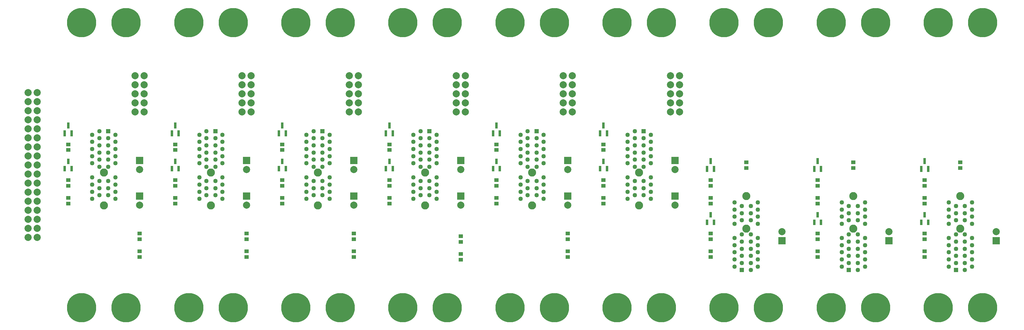
<source format=gts>
%FSLAX43Y43*%
%MOMM*%
G71*
G01*
G75*
G04 Layer_Color=8388736*
%ADD10R,0.600X1.550*%
%ADD11R,1.000X0.900*%
%ADD12R,0.600X1.300*%
%ADD13C,1.800*%
%ADD14R,1.800X1.800*%
%ADD15R,1.050X1.050*%
%ADD16C,1.050*%
%ADD17C,2.050*%
%ADD18C,8.000*%
%ADD19C,0.250*%
%ADD20C,0.600*%
%ADD21C,0.200*%
%ADD22C,0.254*%
%ADD23R,0.803X1.753*%
%ADD24R,1.203X1.103*%
%ADD25R,0.803X1.503*%
%ADD26C,2.003*%
%ADD27R,2.003X2.003*%
%ADD28R,1.253X1.253*%
%ADD29C,1.253*%
%ADD30C,2.253*%
%ADD31C,8.203*%
D23*
X210000Y51125D02*
D03*
X210950Y48875D02*
D03*
X209050D02*
D03*
X240000Y51125D02*
D03*
X240950Y48875D02*
D03*
X239050D02*
D03*
X270000Y51125D02*
D03*
X270950Y48875D02*
D03*
X269050D02*
D03*
X180000Y61125D02*
D03*
X180950Y58875D02*
D03*
X179050D02*
D03*
X120000Y61125D02*
D03*
X120950Y58875D02*
D03*
X119050D02*
D03*
X150000Y61125D02*
D03*
X150950Y58875D02*
D03*
X149050D02*
D03*
X30000Y61125D02*
D03*
X30950Y58875D02*
D03*
X29050D02*
D03*
X60000Y61125D02*
D03*
X60950Y58875D02*
D03*
X59050D02*
D03*
X90000Y61125D02*
D03*
X90950Y58875D02*
D03*
X89050D02*
D03*
D24*
X90000Y39200D02*
D03*
Y40800D02*
D03*
X210000Y39200D02*
D03*
Y40800D02*
D03*
X240000Y39200D02*
D03*
Y40800D02*
D03*
X270000Y39200D02*
D03*
Y40800D02*
D03*
X30000Y40800D02*
D03*
Y39200D02*
D03*
X60000Y40800D02*
D03*
Y39200D02*
D03*
X180000Y39200D02*
D03*
Y40800D02*
D03*
X120000Y39200D02*
D03*
Y40800D02*
D03*
X150000Y39200D02*
D03*
Y40800D02*
D03*
X240000Y24200D02*
D03*
Y25800D02*
D03*
X270000Y24200D02*
D03*
Y25800D02*
D03*
X210000Y24200D02*
D03*
Y25800D02*
D03*
X50000Y29200D02*
D03*
Y30800D02*
D03*
Y24200D02*
D03*
Y25800D02*
D03*
X30000Y54200D02*
D03*
Y55800D02*
D03*
X60000Y54200D02*
D03*
Y55800D02*
D03*
X90000Y54200D02*
D03*
Y55800D02*
D03*
X80000Y29200D02*
D03*
Y30800D02*
D03*
X80000Y24200D02*
D03*
Y25800D02*
D03*
X90000Y44200D02*
D03*
Y45800D02*
D03*
X30000Y44200D02*
D03*
Y45800D02*
D03*
X60000Y44200D02*
D03*
Y45800D02*
D03*
X110000Y29200D02*
D03*
Y30800D02*
D03*
Y24200D02*
D03*
Y25800D02*
D03*
X120000Y54200D02*
D03*
Y55800D02*
D03*
X150000Y54200D02*
D03*
Y55800D02*
D03*
X180000Y54200D02*
D03*
Y55800D02*
D03*
X140000Y28400D02*
D03*
Y30000D02*
D03*
Y23400D02*
D03*
Y25000D02*
D03*
X170000Y29200D02*
D03*
Y30800D02*
D03*
X180000Y44200D02*
D03*
Y45800D02*
D03*
X120000Y44200D02*
D03*
Y45800D02*
D03*
X150000Y44200D02*
D03*
Y45800D02*
D03*
X170000Y24200D02*
D03*
Y25800D02*
D03*
X240000Y44200D02*
D03*
Y45800D02*
D03*
X270000Y44200D02*
D03*
Y45800D02*
D03*
X210000Y44200D02*
D03*
Y45800D02*
D03*
X240000Y29200D02*
D03*
Y30800D02*
D03*
X270000Y29200D02*
D03*
Y30800D02*
D03*
X210000Y29200D02*
D03*
Y30800D02*
D03*
X220000Y49200D02*
D03*
Y50800D02*
D03*
X250000Y49200D02*
D03*
Y50800D02*
D03*
X280000Y49200D02*
D03*
Y50800D02*
D03*
D25*
X90000Y51050D02*
D03*
X90950Y48950D02*
D03*
X89050D02*
D03*
X30000Y51050D02*
D03*
X30950Y48950D02*
D03*
X29050D02*
D03*
X60000Y51050D02*
D03*
X60950Y48950D02*
D03*
X59050D02*
D03*
X180000Y51050D02*
D03*
X180950Y48950D02*
D03*
X179050D02*
D03*
X120000Y51050D02*
D03*
X120950Y48950D02*
D03*
X119050D02*
D03*
X150000Y51050D02*
D03*
X150950Y48950D02*
D03*
X149050D02*
D03*
X240000Y36050D02*
D03*
X240950Y33950D02*
D03*
X239050D02*
D03*
X270000Y36050D02*
D03*
X270950Y33950D02*
D03*
X269050D02*
D03*
X210000Y36050D02*
D03*
X210950Y33950D02*
D03*
X209050D02*
D03*
D26*
X230000Y31270D02*
D03*
X290000D02*
D03*
X260000D02*
D03*
X21270Y70320D02*
D03*
X18730D02*
D03*
X21270Y67780D02*
D03*
X18730D02*
D03*
X21270Y65240D02*
D03*
X18730D02*
D03*
X21270Y62700D02*
D03*
X18730D02*
D03*
X21270Y60160D02*
D03*
X18730D02*
D03*
X21270Y57620D02*
D03*
X18730D02*
D03*
X21270Y55080D02*
D03*
X18730D02*
D03*
X21270Y52540D02*
D03*
X18730D02*
D03*
X21270Y50000D02*
D03*
X18730D02*
D03*
X21270Y47460D02*
D03*
X18730D02*
D03*
X21270Y44920D02*
D03*
X18730D02*
D03*
X21270Y42380D02*
D03*
X18730D02*
D03*
X21270Y39840D02*
D03*
X18730D02*
D03*
X21270Y37300D02*
D03*
X18730D02*
D03*
X21270Y34760D02*
D03*
X18730D02*
D03*
X21270Y32220D02*
D03*
X18730D02*
D03*
X21270Y29680D02*
D03*
X18730D02*
D03*
X200000Y38730D02*
D03*
Y48730D02*
D03*
X140000Y38730D02*
D03*
Y48730D02*
D03*
X170000Y38730D02*
D03*
Y48730D02*
D03*
X201270Y75080D02*
D03*
X198730D02*
D03*
X201270Y72540D02*
D03*
X198730D02*
D03*
X201270Y70000D02*
D03*
X198730D02*
D03*
X201270Y67460D02*
D03*
X198730D02*
D03*
X201270Y64920D02*
D03*
X198730D02*
D03*
X141270Y75080D02*
D03*
X138730D02*
D03*
X141270Y72540D02*
D03*
X138730D02*
D03*
X141270Y70000D02*
D03*
X138730D02*
D03*
X141270Y67460D02*
D03*
X138730D02*
D03*
X141270Y64920D02*
D03*
X138730D02*
D03*
X171270Y75080D02*
D03*
X168730D02*
D03*
X171270Y72540D02*
D03*
X168730D02*
D03*
X171270Y70000D02*
D03*
X168730D02*
D03*
X171270Y67460D02*
D03*
X168730D02*
D03*
X171270Y64920D02*
D03*
X168730D02*
D03*
X81270Y75080D02*
D03*
X78730D02*
D03*
X81270Y72540D02*
D03*
X78730D02*
D03*
X81270Y70000D02*
D03*
X78730D02*
D03*
X81270Y67460D02*
D03*
X78730D02*
D03*
X81270Y64920D02*
D03*
X78730D02*
D03*
X111270Y75080D02*
D03*
X108730D02*
D03*
X111270Y72540D02*
D03*
X108730D02*
D03*
X111270Y70000D02*
D03*
X108730D02*
D03*
X111270Y67460D02*
D03*
X108730D02*
D03*
X111270Y64920D02*
D03*
X108730D02*
D03*
X51270Y75080D02*
D03*
X48730D02*
D03*
X51270Y72540D02*
D03*
X48730D02*
D03*
X51270Y70000D02*
D03*
X48730D02*
D03*
X51270Y67460D02*
D03*
X48730D02*
D03*
X51270Y64920D02*
D03*
X48730D02*
D03*
X50000Y48730D02*
D03*
Y38730D02*
D03*
X110000Y48730D02*
D03*
Y38730D02*
D03*
X80000Y48730D02*
D03*
Y38730D02*
D03*
D27*
X230000Y28730D02*
D03*
X290000D02*
D03*
X260000D02*
D03*
X200000Y41270D02*
D03*
Y51270D02*
D03*
X140000Y41270D02*
D03*
Y51270D02*
D03*
X170000Y41270D02*
D03*
Y51270D02*
D03*
X50000D02*
D03*
Y41270D02*
D03*
X110000Y51270D02*
D03*
Y41270D02*
D03*
X80000Y51270D02*
D03*
Y41270D02*
D03*
D28*
X41245Y59500D02*
D03*
X71245D02*
D03*
X101245D02*
D03*
X131245D02*
D03*
X161245D02*
D03*
X191245D02*
D03*
X218755Y20500D02*
D03*
X248755D02*
D03*
X278755D02*
D03*
D29*
X41245Y57500D02*
D03*
Y55500D02*
D03*
Y53500D02*
D03*
Y51500D02*
D03*
Y49500D02*
D03*
Y45500D02*
D03*
Y43500D02*
D03*
Y41500D02*
D03*
X43245Y58500D02*
D03*
Y56500D02*
D03*
Y54500D02*
D03*
Y52500D02*
D03*
Y50500D02*
D03*
Y46500D02*
D03*
Y44500D02*
D03*
Y42500D02*
D03*
Y40500D02*
D03*
X38745Y59500D02*
D03*
Y57500D02*
D03*
Y55500D02*
D03*
Y53500D02*
D03*
Y51500D02*
D03*
Y49500D02*
D03*
Y45500D02*
D03*
Y43500D02*
D03*
Y41500D02*
D03*
X36745Y58500D02*
D03*
Y56500D02*
D03*
Y54500D02*
D03*
Y52500D02*
D03*
Y50500D02*
D03*
Y46500D02*
D03*
Y44500D02*
D03*
Y42500D02*
D03*
Y40500D02*
D03*
X71245Y57500D02*
D03*
Y55500D02*
D03*
Y53500D02*
D03*
Y51500D02*
D03*
Y49500D02*
D03*
Y45500D02*
D03*
Y43500D02*
D03*
Y41500D02*
D03*
X73245Y58500D02*
D03*
Y56500D02*
D03*
Y54500D02*
D03*
Y52500D02*
D03*
Y50500D02*
D03*
Y46500D02*
D03*
Y44500D02*
D03*
Y42500D02*
D03*
Y40500D02*
D03*
X68745Y59500D02*
D03*
Y57500D02*
D03*
Y55500D02*
D03*
Y53500D02*
D03*
Y51500D02*
D03*
Y49500D02*
D03*
Y45500D02*
D03*
Y43500D02*
D03*
Y41500D02*
D03*
X66745Y58500D02*
D03*
Y56500D02*
D03*
Y54500D02*
D03*
Y52500D02*
D03*
Y50500D02*
D03*
Y46500D02*
D03*
Y44500D02*
D03*
Y42500D02*
D03*
Y40500D02*
D03*
X101245Y57500D02*
D03*
Y55500D02*
D03*
Y53500D02*
D03*
Y51500D02*
D03*
Y49500D02*
D03*
Y45500D02*
D03*
Y43500D02*
D03*
Y41500D02*
D03*
X103245Y58500D02*
D03*
Y56500D02*
D03*
Y54500D02*
D03*
Y52500D02*
D03*
Y50500D02*
D03*
Y46500D02*
D03*
Y44500D02*
D03*
Y42500D02*
D03*
Y40500D02*
D03*
X98745Y59500D02*
D03*
Y57500D02*
D03*
Y55500D02*
D03*
Y53500D02*
D03*
Y51500D02*
D03*
Y49500D02*
D03*
Y45500D02*
D03*
Y43500D02*
D03*
Y41500D02*
D03*
X96745Y58500D02*
D03*
Y56500D02*
D03*
Y54500D02*
D03*
Y52500D02*
D03*
Y50500D02*
D03*
Y46500D02*
D03*
Y44500D02*
D03*
Y42500D02*
D03*
Y40500D02*
D03*
X131245Y57500D02*
D03*
Y55500D02*
D03*
Y53500D02*
D03*
Y51500D02*
D03*
Y49500D02*
D03*
Y45500D02*
D03*
Y43500D02*
D03*
Y41500D02*
D03*
X133245Y58500D02*
D03*
Y56500D02*
D03*
Y54500D02*
D03*
Y52500D02*
D03*
Y50500D02*
D03*
Y46500D02*
D03*
Y44500D02*
D03*
Y42500D02*
D03*
Y40500D02*
D03*
X128745Y59500D02*
D03*
Y57500D02*
D03*
Y55500D02*
D03*
Y53500D02*
D03*
Y51500D02*
D03*
Y49500D02*
D03*
Y45500D02*
D03*
Y43500D02*
D03*
Y41500D02*
D03*
X126745Y58500D02*
D03*
Y56500D02*
D03*
Y54500D02*
D03*
Y52500D02*
D03*
Y50500D02*
D03*
Y46500D02*
D03*
Y44500D02*
D03*
Y42500D02*
D03*
Y40500D02*
D03*
X161245Y57500D02*
D03*
Y55500D02*
D03*
Y53500D02*
D03*
Y51500D02*
D03*
Y49500D02*
D03*
Y45500D02*
D03*
Y43500D02*
D03*
Y41500D02*
D03*
X163245Y58500D02*
D03*
Y56500D02*
D03*
Y54500D02*
D03*
Y52500D02*
D03*
Y50500D02*
D03*
Y46500D02*
D03*
Y44500D02*
D03*
Y42500D02*
D03*
Y40500D02*
D03*
X158745Y59500D02*
D03*
Y57500D02*
D03*
Y55500D02*
D03*
Y53500D02*
D03*
Y51500D02*
D03*
Y49500D02*
D03*
Y45500D02*
D03*
Y43500D02*
D03*
Y41500D02*
D03*
X156745Y58500D02*
D03*
Y56500D02*
D03*
Y54500D02*
D03*
Y52500D02*
D03*
Y50500D02*
D03*
Y46500D02*
D03*
Y44500D02*
D03*
Y42500D02*
D03*
Y40500D02*
D03*
X191245Y57500D02*
D03*
Y55500D02*
D03*
Y53500D02*
D03*
Y51500D02*
D03*
Y49500D02*
D03*
Y45500D02*
D03*
Y43500D02*
D03*
Y41500D02*
D03*
X193245Y58500D02*
D03*
Y56500D02*
D03*
Y54500D02*
D03*
Y52500D02*
D03*
Y50500D02*
D03*
Y46500D02*
D03*
Y44500D02*
D03*
Y42500D02*
D03*
Y40500D02*
D03*
X188745Y59500D02*
D03*
Y57500D02*
D03*
Y55500D02*
D03*
Y53500D02*
D03*
Y51500D02*
D03*
Y49500D02*
D03*
Y45500D02*
D03*
Y43500D02*
D03*
Y41500D02*
D03*
X186745Y58500D02*
D03*
Y56500D02*
D03*
Y54500D02*
D03*
Y52500D02*
D03*
Y50500D02*
D03*
Y46500D02*
D03*
Y44500D02*
D03*
Y42500D02*
D03*
Y40500D02*
D03*
X218755Y22500D02*
D03*
Y24500D02*
D03*
Y26500D02*
D03*
Y28500D02*
D03*
Y30500D02*
D03*
Y34500D02*
D03*
Y36500D02*
D03*
Y38500D02*
D03*
X216755Y21500D02*
D03*
Y23500D02*
D03*
Y25500D02*
D03*
Y27500D02*
D03*
Y29500D02*
D03*
Y33500D02*
D03*
Y35500D02*
D03*
Y37500D02*
D03*
Y39500D02*
D03*
X221255Y20500D02*
D03*
Y22500D02*
D03*
Y24500D02*
D03*
Y26500D02*
D03*
Y28500D02*
D03*
Y30500D02*
D03*
Y34500D02*
D03*
Y36500D02*
D03*
Y38500D02*
D03*
X223255Y21500D02*
D03*
Y23500D02*
D03*
Y25500D02*
D03*
Y27500D02*
D03*
Y29500D02*
D03*
Y33500D02*
D03*
Y35500D02*
D03*
Y37500D02*
D03*
Y39500D02*
D03*
X248755Y22500D02*
D03*
Y24500D02*
D03*
Y26500D02*
D03*
Y28500D02*
D03*
Y30500D02*
D03*
Y34500D02*
D03*
Y36500D02*
D03*
Y38500D02*
D03*
X246755Y21500D02*
D03*
Y23500D02*
D03*
Y25500D02*
D03*
Y27500D02*
D03*
Y29500D02*
D03*
Y33500D02*
D03*
Y35500D02*
D03*
Y37500D02*
D03*
Y39500D02*
D03*
X251255Y20500D02*
D03*
Y22500D02*
D03*
Y24500D02*
D03*
Y26500D02*
D03*
Y28500D02*
D03*
Y30500D02*
D03*
Y34500D02*
D03*
Y36500D02*
D03*
Y38500D02*
D03*
X253255Y21500D02*
D03*
Y23500D02*
D03*
Y25500D02*
D03*
Y27500D02*
D03*
Y29500D02*
D03*
Y33500D02*
D03*
Y35500D02*
D03*
Y37500D02*
D03*
Y39500D02*
D03*
X278755Y22500D02*
D03*
Y24500D02*
D03*
Y26500D02*
D03*
Y28500D02*
D03*
Y30500D02*
D03*
Y34500D02*
D03*
Y36500D02*
D03*
Y38500D02*
D03*
X276755Y21500D02*
D03*
Y23500D02*
D03*
Y25500D02*
D03*
Y27500D02*
D03*
Y29500D02*
D03*
Y33500D02*
D03*
Y35500D02*
D03*
Y37500D02*
D03*
Y39500D02*
D03*
X281255Y20500D02*
D03*
Y22500D02*
D03*
Y24500D02*
D03*
Y26500D02*
D03*
Y28500D02*
D03*
Y30500D02*
D03*
Y34500D02*
D03*
Y36500D02*
D03*
Y38500D02*
D03*
X283255Y21500D02*
D03*
Y23500D02*
D03*
Y25500D02*
D03*
Y27500D02*
D03*
Y29500D02*
D03*
Y33500D02*
D03*
Y35500D02*
D03*
Y37500D02*
D03*
Y39500D02*
D03*
D30*
X39995Y47850D02*
D03*
Y38700D02*
D03*
X69995Y47850D02*
D03*
Y38700D02*
D03*
X99995Y47850D02*
D03*
Y38700D02*
D03*
X129995Y47850D02*
D03*
Y38700D02*
D03*
X159995Y47850D02*
D03*
Y38700D02*
D03*
X189995Y47850D02*
D03*
Y38700D02*
D03*
X220005Y32150D02*
D03*
Y41300D02*
D03*
X250005Y32150D02*
D03*
Y41300D02*
D03*
X280005Y32150D02*
D03*
Y41300D02*
D03*
D31*
X153777Y10000D02*
D03*
X166223D02*
D03*
X183777Y90000D02*
D03*
X196223D02*
D03*
X183777Y10000D02*
D03*
X196223D02*
D03*
X213777Y90000D02*
D03*
X226223D02*
D03*
X213777Y10000D02*
D03*
X226223D02*
D03*
X243777Y90000D02*
D03*
X256223D02*
D03*
X243777Y10000D02*
D03*
X256223D02*
D03*
X273777Y90000D02*
D03*
X286223D02*
D03*
X273777Y10000D02*
D03*
X286223D02*
D03*
X33777Y90000D02*
D03*
X46223D02*
D03*
X33777Y10000D02*
D03*
X46223D02*
D03*
X63777Y90000D02*
D03*
X76223D02*
D03*
X63777Y10000D02*
D03*
X76223D02*
D03*
X93777Y90000D02*
D03*
X106223D02*
D03*
X93777Y10000D02*
D03*
X106223D02*
D03*
X123777Y90000D02*
D03*
X136223D02*
D03*
X123777Y10000D02*
D03*
X136223D02*
D03*
X153777Y90000D02*
D03*
X166223D02*
D03*
M02*

</source>
